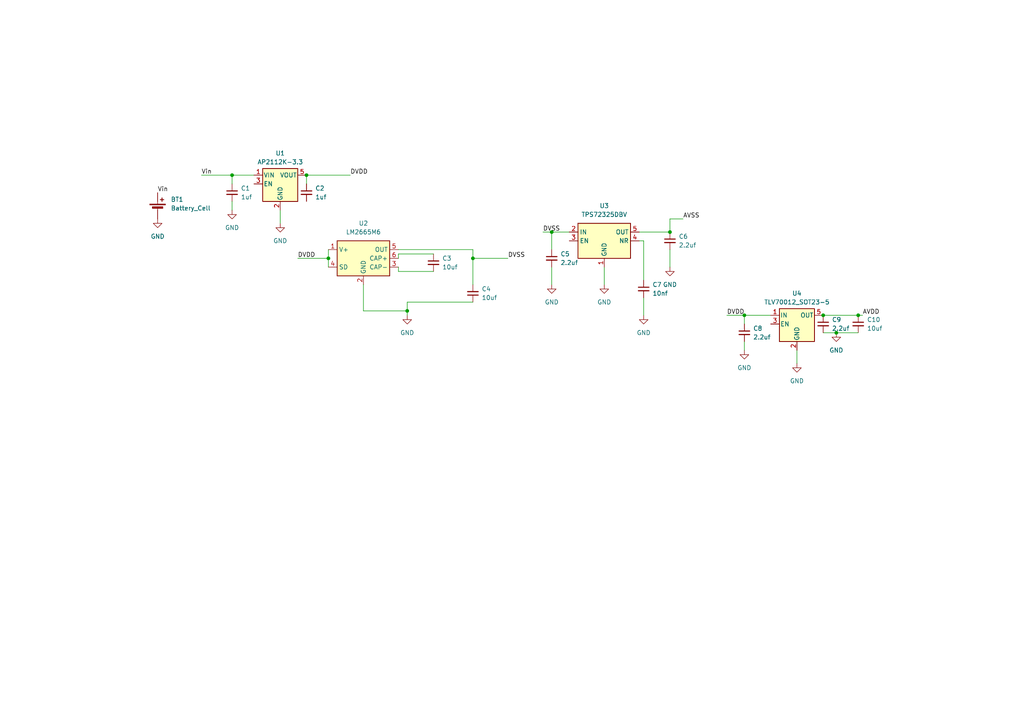
<source format=kicad_sch>
(kicad_sch (version 20230121) (generator eeschema)
  (paper "A4")
  (lib_symbols
    (symbol "Device:Battery_Cell" (pin_numbers hide) (pin_names (offset 0) hide)
      (property "Reference" "BT" (at 2.54 2.54 0))
      (property "Value" "Battery_Cell" (at 2.54 0 0))
      (symbol "Battery_Cell_0_1"
        (rectangle (start -2.286 1.778) (end 2.286 1.524) (fill (type outline)))
        (rectangle (start -1.524 1.016) (end 1.524 0.508) (fill (type outline)))
        (polyline (pts (xy 0 0.762) (xy 0 0)))
        (polyline (pts (xy 0 1.778) (xy 0 2.54)))
        (polyline (pts (xy 0.762 3.048) (xy 1.778 3.048)) (stroke (width 0.254)))
        (polyline (pts (xy 1.27 3.556) (xy 1.27 2.54)) (stroke (width 0.254)))
      )
      (symbol "Battery_Cell_1_1"
        (pin passive line (at 0 5.08 270) (length 2.54) (name "+") (number "1"))
        (pin passive line (at 0 -2.54 90) (length 2.54) (name "-") (number "2"))
      )
    )
    (symbol "Device:C_Small" (pin_numbers hide) (pin_names (offset 0.254) hide)
      (property "Reference" "C" (at 0.254 1.778 0))
      (property "Value" "C_Small" (at 0.254 -2.032 0))
      (symbol "C_Small_0_1"
        (polyline (pts (xy -1.524 -0.508) (xy 1.524 -0.508)) (stroke (width 0.3302)))
        (polyline (pts (xy -1.524 0.508) (xy 1.524 0.508)) (stroke (width 0.3048)))
      )
      (symbol "C_Small_1_1"
        (pin passive line (at 0 2.54 270) (length 2.032) (name "~") (number "1"))
        (pin passive line (at 0 -2.54 90) (length 2.032) (name "~") (number "2"))
      )
    )
    (symbol "Regulator_Linear:AP2112K-3.3" (pin_names (offset 0.254))
      (property "Reference" "U" (at -5.08 5.715 0))
      (property "Value" "AP2112K-3.3" (at 0 5.715 0))
      (symbol "AP2112K-3.3_0_1"
        (rectangle (start -5.08 4.445) (end 5.08 -5.08) (stroke (width 0.254)) (fill (type background)))
      )
      (symbol "AP2112K-3.3_1_1"
        (pin power_in line (at -7.62 2.54 0) (length 2.54) (name "VIN") (number "1"))
        (pin power_in line (at 0 -7.62 90) (length 2.54) (name "GND") (number "2"))
        (pin input line (at -7.62 0 0) (length 2.54) (name "EN") (number "3"))
        (pin no_connect line (at 5.08 0 180) (length 2.54) hide (name "NC") (number "4"))
        (pin power_out line (at 7.62 2.54 180) (length 2.54) (name "VOUT") (number "5"))
      )
    )
    (symbol "Regulator_Linear:TLV70012_SOT23-5" (pin_names (offset 0.254))
      (property "Reference" "U" (at -3.81 5.715 0))
      (property "Value" "TLV70012_SOT23-5" (at 0 5.715 0))
      (symbol "TLV70012_SOT23-5_0_1"
        (rectangle (start -5.08 4.445) (end 5.08 -5.08) (stroke (width 0.254)) (fill (type background)))
      )
      (symbol "TLV70012_SOT23-5_1_1"
        (pin power_in line (at -7.62 2.54 0) (length 2.54) (name "IN") (number "1"))
        (pin power_in line (at 0 -7.62 90) (length 2.54) (name "GND") (number "2"))
        (pin input line (at -7.62 0 0) (length 2.54) (name "EN") (number "3"))
        (pin no_connect line (at 5.08 0 180) (length 2.54) hide (name "NC") (number "4"))
        (pin power_out line (at 7.62 2.54 180) (length 2.54) (name "OUT") (number "5"))
      )
    )
    (symbol "Regulator_Linear:TPS72325DBV"
      (property "Reference" "U" (at -6.35 6.35 0))
      (property "Value" "TPS72325DBV" (at 0 6.35 0))
      (symbol "TPS72325DBV_0_1"
        (rectangle (start -7.62 5.08) (end 7.62 -5.08) (stroke (width 0.254)) (fill (type background)))
      )
      (symbol "TPS72325DBV_1_1"
        (pin power_in line (at 0 -7.62 90) (length 2.54) (name "GND") (number "1"))
        (pin power_in line (at -10.16 2.54 0) (length 2.54) (name "IN") (number "2"))
        (pin input line (at -10.16 0 0) (length 2.54) (name "EN") (number "3"))
        (pin input line (at 10.16 0 180) (length 2.54) (name "NR") (number "4"))
        (pin power_out line (at 10.16 2.54 180) (length 2.54) (name "OUT") (number "5"))
      )
    )
    (symbol "Regulator_SwitchedCapacitor:LM2665M6"
      (property "Reference" "U" (at -6.35 6.35 0))
      (property "Value" "LM2665M6" (at 1.27 6.35 0))
      (symbol "LM2665M6_0_1"
        (rectangle (start -7.62 5.08) (end 7.62 -5.08) (stroke (width 0.254)) (fill (type background)))
      )
      (symbol "LM2665M6_1_1"
        (pin passive line (at -10.16 2.54 0) (length 2.54) (name "V+") (number "1"))
        (pin power_in line (at 0 -7.62 90) (length 2.54) (name "GND") (number "2"))
        (pin passive line (at 10.16 -2.54 180) (length 2.54) (name "CAP-") (number "3"))
        (pin input line (at -10.16 -2.54 0) (length 2.54) (name "SD") (number "4"))
        (pin passive line (at 10.16 2.54 180) (length 2.54) (name "OUT") (number "5"))
        (pin passive line (at 10.16 0 180) (length 2.54) (name "CAP+") (number "6"))
      )
    )
    (symbol "power:GND" (power) (pin_names (offset 0))
      (property "Value" "GND" (at 0 -3.81 0))
      (symbol "GND_0_1"
        (polyline (pts (xy 0 0) (xy 0 -1.27) (xy 1.27 -1.27) (xy 0 -2.54) (xy -1.27 -1.27) (xy 0 -1.27)))
      )
      (symbol "GND_1_1"
        (pin power_in line (at 0 0 270) (length 0) hide (name "GND") (number "1"))
      )
    )
  )
  (junction (at 238.76 91.44))
  (junction (at 137.16 74.93))
  (junction (at 194.31 67.31))
  (junction (at 88.9 50.8))
  (junction (at 242.57 96.52))
  (junction (at 118.11 90.17))
  (junction (at 95.25 74.93))
  (junction (at 248.92 91.44))
  (junction (at 67.31 50.8))
  (junction (at 160.02 67.31))
  (junction (at 215.9 91.44))
  (wire (pts (xy 238.76 96.52) (xy 242.57 96.52)))
  (wire (pts (xy 215.9 99.06) (xy 215.9 101.6)))
  (wire (pts (xy 231.14 101.6) (xy 231.14 105.41)))
  (wire (pts (xy 118.11 87.63) (xy 118.11 90.17)))
  (wire (pts (xy 210.82 91.44) (xy 215.9 91.44)))
  (wire (pts (xy 105.41 90.17) (xy 118.11 90.17)))
  (wire (pts (xy 67.31 50.8) (xy 73.66 50.8)))
  (wire (pts (xy 115.57 73.66) (xy 125.73 73.66)))
  (wire (pts (xy 160.02 77.47) (xy 160.02 82.55)))
  (wire (pts (xy 186.69 81.28) (xy 186.69 69.85)))
  (wire (pts (xy 194.31 63.5) (xy 198.12 63.5)))
  (wire (pts (xy 115.57 78.74) (xy 125.73 78.74)))
  (wire (pts (xy 58.42 50.8) (xy 67.31 50.8)))
  (wire (pts (xy 95.25 74.93) (xy 95.25 77.47)))
  (wire (pts (xy 186.69 69.85) (xy 185.42 69.85)))
  (wire (pts (xy 88.9 50.8) (xy 88.9 53.34)))
  (wire (pts (xy 215.9 91.44) (xy 223.52 91.44)))
  (wire (pts (xy 137.16 87.63) (xy 118.11 87.63)))
  (wire (pts (xy 160.02 67.31) (xy 160.02 72.39)))
  (wire (pts (xy 95.25 72.39) (xy 95.25 74.93)))
  (wire (pts (xy 67.31 58.42) (xy 67.31 60.96)))
  (wire (pts (xy 81.28 60.96) (xy 81.28 64.77)))
  (wire (pts (xy 137.16 74.93) (xy 147.32 74.93)))
  (wire (pts (xy 185.42 67.31) (xy 194.31 67.31)))
  (wire (pts (xy 238.76 91.44) (xy 248.92 91.44)))
  (wire (pts (xy 86.36 74.93) (xy 95.25 74.93)))
  (wire (pts (xy 175.26 77.47) (xy 175.26 82.55)))
  (wire (pts (xy 160.02 67.31) (xy 165.1 67.31)))
  (wire (pts (xy 194.31 72.39) (xy 194.31 77.47)))
  (wire (pts (xy 88.9 50.8) (xy 101.6 50.8)))
  (wire (pts (xy 248.92 91.44) (xy 250.19 91.44)))
  (wire (pts (xy 215.9 91.44) (xy 215.9 93.98)))
  (wire (pts (xy 242.57 96.52) (xy 248.92 96.52)))
  (wire (pts (xy 105.41 82.55) (xy 105.41 90.17)))
  (wire (pts (xy 67.31 53.34) (xy 67.31 50.8)))
  (wire (pts (xy 137.16 74.93) (xy 137.16 82.55)))
  (wire (pts (xy 186.69 86.36) (xy 186.69 91.44)))
  (wire (pts (xy 115.57 74.93) (xy 115.57 73.66)))
  (wire (pts (xy 157.48 67.31) (xy 160.02 67.31)))
  (wire (pts (xy 115.57 72.39) (xy 137.16 72.39)))
  (wire (pts (xy 194.31 67.31) (xy 194.31 63.5)))
  (wire (pts (xy 137.16 72.39) (xy 137.16 74.93)))
  (wire (pts (xy 115.57 77.47) (xy 115.57 78.74)))
  (wire (pts (xy 118.11 91.44) (xy 118.11 90.17)))
  (label "DVDD" (at 86.36 74.93 0))
  (label "DVDD" (at 210.82 91.44 0))
  (label "DVDD" (at 101.6 50.8 0))
  (label "DVSS" (at 157.48 67.31 0))
  (label "Vin" (at 58.42 50.8 0))
  (label "AVSS" (at 198.12 63.5 0))
  (label "DVSS" (at 147.32 74.93 0))
  (label "Vin" (at 45.72 55.88 0))
  (label "AVDD" (at 250.19 91.44 0))
  (symbol (lib_id "Device:C_Small") (at 215.9 96.52 0) (unit 1)
    (property "Reference" "C8" (at 218.44 95.2563 0) (effects (justify left)))
    (property "Value" "2.2uf" (at 218.44 97.7963 0) (effects (justify left)))
  )
  (symbol (lib_id "Device:C_Small") (at 88.9 55.88 0) (unit 1)
    (property "Reference" "C2" (at 91.44 54.6163 0) (effects (justify left)))
    (property "Value" "1uf" (at 91.44 57.1563 0) (effects (justify left)))
  )
  (symbol (lib_id "Device:C_Small") (at 248.92 93.98 0) (unit 1)
    (property "Reference" "C10" (at 251.46 92.7163 0) (effects (justify left)))
    (property "Value" "10uf" (at 251.46 95.2563 0) (effects (justify left)))
  )
  (symbol (lib_id "Regulator_Linear:TPS72325DBV") (at 175.26 69.85 0) (unit 1)
    (property "Reference" "U3" (at 175.26 59.69 0))
    (property "Value" "TPS72325DBV" (at 175.26 62.23 0))
    (property "Footprint" "Package_TO_SOT_SMD:SOT-23-5" (effects hide))
    (property "Datasheet" "https://www.ti.com/lit/ds/symlink/tps723.pdf" (effects hide))
  )
  (symbol (lib_id "power:GND") (at 242.57 96.52 0) (unit 1)
    (property "Reference" "#PWR010" (effects hide))
    (property "Value" "GND" (at 242.57 101.6 0))
  )
  (symbol (lib_id "Regulator_Linear:TLV70012_SOT23-5") (at 231.14 93.98 0) (unit 1)
    (property "Reference" "U4" (at 231.14 85.09 0))
    (property "Value" "TLV70012_SOT23-5" (at 231.14 87.63 0))
    (property "Footprint" "Package_TO_SOT_SMD:SOT-23-5" (effects hide))
    (property "Datasheet" "http://www.ti.com/lit/ds/symlink/tlv700.pdf" (effects hide))
  )
  (symbol (lib_id "Device:C_Small") (at 137.16 85.09 180) (unit 1)
    (property "Reference" "C4" (at 139.7 83.8136 0) (effects (justify right)))
    (property "Value" "10uf" (at 139.7 86.3536 0) (effects (justify right)))
  )
  (symbol (lib_id "Device:C_Small") (at 125.73 76.2 0) (unit 1)
    (property "Reference" "C3" (at 128.27 74.9363 0) (effects (justify left)))
    (property "Value" "10uf" (at 128.27 77.4763 0) (effects (justify left)))
  )
  (symbol (lib_id "Device:C_Small") (at 186.69 83.82 0) (unit 1)
    (property "Reference" "C7" (at 189.23 82.5563 0) (effects (justify left)))
    (property "Value" "10nf" (at 189.23 85.0963 0) (effects (justify left)))
  )
  (symbol (lib_id "power:GND") (at 45.72 63.5 0) (unit 1)
    (property "Reference" "#PWR011" (effects hide))
    (property "Value" "GND" (at 45.72 68.58 0))
  )
  (symbol (lib_id "power:GND") (at 67.31 60.96 0) (unit 1)
    (property "Reference" "#PWR01" (effects hide))
    (property "Value" "GND" (at 67.31 66.04 0))
  )
  (symbol (lib_id "Device:C_Small") (at 194.31 69.85 0) (unit 1)
    (property "Reference" "C6" (at 196.85 68.5863 0) (effects (justify left)))
    (property "Value" "2.2uf" (at 196.85 71.1263 0) (effects (justify left)))
  )
  (symbol (lib_id "Regulator_SwitchedCapacitor:LM2665M6") (at 105.41 74.93 0) (unit 1)
    (property "Reference" "U2" (at 105.41 64.77 0))
    (property "Value" "LM2665M6" (at 105.41 67.31 0))
    (property "Footprint" "Package_TO_SOT_SMD:SOT-23-6" (effects hide))
    (property "Datasheet" "https://www.ti.com/lit/ds/symlink/lm2665.pdf" (effects hide))
  )
  (symbol (lib_id "power:GND") (at 175.26 82.55 0) (unit 1)
    (property "Reference" "#PWR04" (effects hide))
    (property "Value" "GND" (at 175.26 87.63 0))
  )
  (symbol (lib_id "power:GND") (at 81.28 64.77 0) (unit 1)
    (property "Reference" "#PWR02" (effects hide))
    (property "Value" "GND" (at 81.28 69.85 0))
  )
  (symbol (lib_id "power:GND") (at 231.14 105.41 0) (unit 1)
    (property "Reference" "#PWR09" (effects hide))
    (property "Value" "GND" (at 231.14 110.49 0))
  )
  (symbol (lib_id "power:GND") (at 118.11 91.44 0) (unit 1)
    (property "Reference" "#PWR03" (effects hide))
    (property "Value" "GND" (at 118.11 96.52 0))
  )
  (symbol (lib_id "power:GND") (at 186.69 91.44 0) (unit 1)
    (property "Reference" "#PWR07" (effects hide))
    (property "Value" "GND" (at 186.69 96.52 0))
  )
  (symbol (lib_id "Device:C_Small") (at 160.02 74.93 0) (unit 1)
    (property "Reference" "C5" (at 162.56 73.6663 0) (effects (justify left)))
    (property "Value" "2.2uf" (at 162.56 76.2063 0) (effects (justify left)))
  )
  (symbol (lib_id "Regulator_Linear:AP2112K-3.3") (at 81.28 53.34 0) (unit 1)
    (property "Reference" "U1" (at 81.28 44.45 0))
    (property "Value" "AP2112K-3.3" (at 81.28 46.99 0))
    (property "Footprint" "Package_TO_SOT_SMD:SOT-23-5" (effects hide))
    (property "Datasheet" "https://www.diodes.com/assets/Datasheets/AP2112.pdf" (effects hide))
  )
  (symbol (lib_id "Device:Battery_Cell") (at 45.72 60.96 0) (unit 1)
    (property "Reference" "BT1" (at 49.53 57.8485 0) (effects (justify left)))
    (property "Value" "Battery_Cell" (at 49.53 60.3885 0) (effects (justify left)))
  )
  (symbol (lib_id "power:GND") (at 160.02 82.55 0) (unit 1)
    (property "Reference" "#PWR05" (effects hide))
    (property "Value" "GND" (at 160.02 87.63 0))
  )
  (symbol (lib_id "Device:C_Small") (at 238.76 93.98 0) (unit 1)
    (property "Reference" "C9" (at 241.3 92.7163 0) (effects (justify left)))
    (property "Value" "2.2uf" (at 241.3 95.2563 0) (effects (justify left)))
  )
  (symbol (lib_id "power:GND") (at 194.31 77.47 0) (unit 1)
    (property "Reference" "#PWR06" (effects hide))
    (property "Value" "GND" (at 194.31 82.55 0))
  )
  (symbol (lib_id "Device:C_Small") (at 67.31 55.88 0) (unit 1)
    (property "Reference" "C1" (at 69.85 54.6163 0) (effects (justify left)))
    (property "Value" "1uf" (at 69.85 57.1563 0) (effects (justify left)))
  )
  (symbol (lib_id "power:GND") (at 215.9 101.6 0) (unit 1)
    (property "Reference" "#PWR08" (effects hide))
    (property "Value" "GND" (at 215.9 106.68 0))
  )
)
</source>
